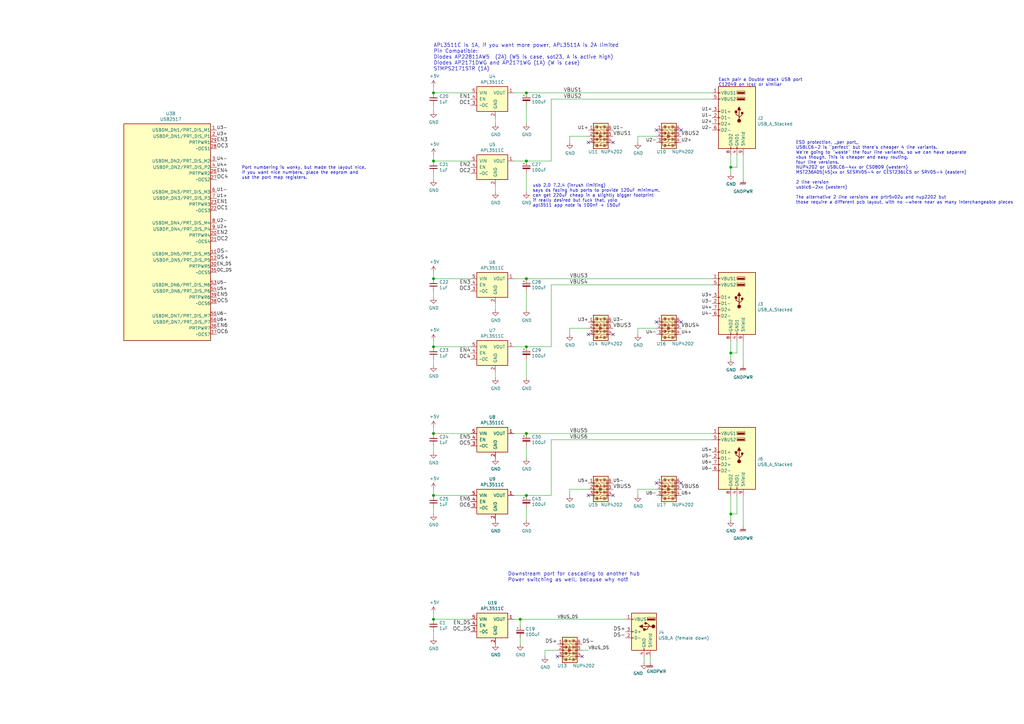
<source format=kicad_sch>
(kicad_sch (version 20211123) (generator eeschema)
  (paper "A3")
  (lib_symbols
    (symbol "Connector:USB_A" (pin_names (offset 1.016))
      (property "Reference" "J" (at -5.08 11.43 0))
      (property "Value" "USB_A" (at -5.08 8.89 0))
      (symbol "USB_A_0_1"
        (rectangle (start -5.08 -7.62) (end 5.08 7.62) (stroke (width 0.254)) (fill (type background)))
        (circle (center -3.81 2.159) (radius 0.635) (stroke (width 0.254)) (fill (type outline)))
        (rectangle (start -1.524 4.826) (end -4.318 5.334) (fill (type outline)))
        (rectangle (start -1.27 4.572) (end -4.572 5.842))
        (circle (center -0.635 3.429) (radius 0.381) (stroke (width 0.254)) (fill (type outline)))
        (rectangle (start -0.127 -7.62) (end 0.127 -6.858))
        (polyline (pts (xy -3.175 2.159) (xy -2.54 2.159) (xy -1.27 3.429) (xy -0.635 3.429)) (stroke (width 0.254)))
        (polyline (pts (xy -2.54 2.159) (xy -1.905 2.159) (xy -1.27 0.889) (xy 0 0.889)) (stroke (width 0.254)))
        (polyline (pts (xy 0.635 2.794) (xy 0.635 1.524) (xy 1.905 2.159) (xy 0.635 2.794)) (stroke (width 0.254)) (fill (type outline)))
        (rectangle (start 0.254 1.27) (end -0.508 0.508) (stroke (width 0.254)) (fill (type outline)))
        (rectangle (start 5.08 -2.667) (end 4.318 -2.413))
        (rectangle (start 5.08 -0.127) (end 4.318 0.127))
        (rectangle (start 5.08 4.953) (end 4.318 5.207))
      )
      (symbol "USB_A_1_1"
        (polyline (pts (xy -1.905 2.159) (xy 0.635 2.159)) (stroke (width 0.254)))
        (pin power_in line (at 7.62 5.08 180) (length 2.54) (name "VBUS") (number "1"))
        (pin bidirectional line (at 7.62 -2.54 180) (length 2.54) (name "D-") (number "2"))
        (pin bidirectional line (at 7.62 0 180) (length 2.54) (name "D+") (number "3"))
        (pin power_in line (at 0 -10.16 90) (length 2.54) (name "GND") (number "4"))
        (pin passive line (at -2.54 -10.16 90) (length 2.54) (name "Shield") (number "5"))
      )
    )
    (symbol "Connector:USB_A_Stacked" (pin_names (offset 1.016))
      (property "Reference" "J" (at 0 15.875 0))
      (property "Value" "USB_A_Stacked" (at 0 13.97 0))
      (symbol "USB_A_Stacked_0_1"
        (rectangle (start -7.62 12.7) (end 7.62 -12.7) (stroke (width 0.254)) (fill (type background)))
        (circle (center -2.159 1.905) (radius 0.381) (stroke (width 0.254)) (fill (type outline)))
        (circle (center -0.889 -1.27) (radius 0.635) (stroke (width 0.254)) (fill (type outline)))
        (rectangle (start -0.254 7.366) (end -3.048 7.874) (fill (type outline)))
        (rectangle (start -0.254 9.906) (end -3.048 10.414) (fill (type outline)))
        (rectangle (start -0.127 -12.7) (end 0.127 -11.938))
        (polyline (pts (xy -1.524 3.175) (xy -0.254 3.175) (xy -0.889 4.445) (xy -1.524 3.175)) (stroke (width 0.254)) (fill (type outline)))
        (polyline (pts (xy -0.889 -0.635) (xy -0.889 0) (xy -2.159 1.27) (xy -2.159 1.905)) (stroke (width 0.254)))
        (polyline (pts (xy -0.889 0) (xy -0.889 0.635) (xy 0.381 1.27) (xy 0.381 2.54)) (stroke (width 0.254)))
        (rectangle (start 0 2.794) (end 0.762 2.032) (stroke (width 0.254)) (fill (type outline)))
        (rectangle (start 0 7.112) (end -3.302 8.382))
        (rectangle (start 0 9.652) (end -3.302 10.922))
        (rectangle (start 2.413 -12.7) (end 2.667 -11.938))
        (rectangle (start 7.62 -5.207) (end 6.858 -4.953))
        (rectangle (start 7.62 -2.667) (end 6.858 -2.413))
        (rectangle (start 7.62 -0.127) (end 6.858 0.127))
        (rectangle (start 7.62 2.413) (end 6.858 2.667))
        (rectangle (start 7.62 7.493) (end 6.858 7.747))
        (rectangle (start 7.62 10.033) (end 6.858 10.287))
      )
      (symbol "USB_A_Stacked_1_1"
        (polyline (pts (xy -0.889 0.635) (xy -0.889 3.175)) (stroke (width 0.254)))
        (pin power_in line (at 10.16 10.16 180) (length 2.54) (name "VBUS1") (number "1"))
        (pin bidirectional line (at 10.16 0 180) (length 2.54) (name "D1-") (number "2"))
        (pin bidirectional line (at 10.16 2.54 180) (length 2.54) (name "D1+") (number "3"))
        (pin power_in line (at 0 -15.24 90) (length 2.54) (name "GND1") (number "4"))
        (pin power_in line (at 10.16 7.62 180) (length 2.54) (name "VBUS2") (number "5"))
        (pin bidirectional line (at 10.16 -5.08 180) (length 2.54) (name "D2-") (number "6"))
        (pin bidirectional line (at 10.16 -2.54 180) (length 2.54) (name "D2+") (number "7"))
        (pin power_in line (at 2.54 -15.24 90) (length 2.54) (name "GND2") (number "8"))
        (pin passive line (at -2.54 -15.24 90) (length 2.54) (name "Shield") (number "9"))
      )
    )
    (symbol "Device:C_Polarized_Small" (pin_numbers hide) (pin_names (offset 0.254) hide)
      (property "Reference" "C" (at 0.254 1.778 0))
      (property "Value" "C_Polarized_Small" (at 0.254 -2.032 0))
      (symbol "C_Polarized_Small_0_1"
        (rectangle (start -1.524 -0.3048) (end 1.524 -0.6858) (fill (type outline)))
        (rectangle (start -1.524 0.6858) (end 1.524 0.3048))
        (polyline (pts (xy -1.27 1.524) (xy -0.762 1.524)))
        (polyline (pts (xy -1.016 1.27) (xy -1.016 1.778)))
      )
      (symbol "C_Polarized_Small_1_1"
        (pin passive line (at 0 2.54 270) (length 1.8542) (name "~") (number "1"))
        (pin passive line (at 0 -2.54 90) (length 1.8542) (name "~") (number "2"))
      )
    )
    (symbol "Device:C_Small" (pin_numbers hide) (pin_names (offset 0.254) hide)
      (property "Reference" "C" (at 0.254 1.778 0))
      (property "Value" "C_Small" (at 0.254 -2.032 0))
      (symbol "C_Small_0_1"
        (polyline (pts (xy -1.524 -0.508) (xy 1.524 -0.508)) (stroke (width 0.3302)))
        (polyline (pts (xy -1.524 0.508) (xy 1.524 0.508)) (stroke (width 0.3048)))
      )
      (symbol "C_Small_1_1"
        (pin passive line (at 0 2.54 270) (length 2.032) (name "~") (number "1"))
        (pin passive line (at 0 -2.54 90) (length 2.032) (name "~") (number "2"))
      )
    )
    (symbol "Interface_USB:USB2517" (pin_names (offset 0.002))
      (property "Reference" "U" (at -17.78 45.72 0))
      (property "Value" "USB2517" (at 17.78 45.72 0))
      (symbol "USB2517_1_1"
        (rectangle (start -20.32 35.56) (end 22.86 -38.1) (stroke (width 0.254)) (fill (type background)))
        (pin power_in line (at 5.08 38.1 270) (length 2.54) (name "VDDA33") (number "10"))
        (pin input line (at -22.86 -2.54 0) (length 2.54) (name "CFG_SEL2") (number "13"))
        (pin bidirectional line (at 25.4 7.62 180) (length 2.54) (name "~LED_B7") (number "14"))
        (pin bidirectional line (at 25.4 -17.78 180) (length 2.54) (name "~LED_A7~/PRT_SWP7") (number "15"))
        (pin bidirectional line (at 25.4 10.16 180) (length 2.54) (name "~LED_B6") (number "16"))
        (pin bidirectional line (at 25.4 -15.24 180) (length 2.54) (name "~LED_A6~/PRT_SWP6") (number "17"))
        (pin bidirectional line (at 25.4 12.7 180) (length 2.54) (name "~LED_B5") (number "18"))
        (pin input line (at 25.4 -33.02 180) (length 2.54) (name "TEST") (number "19"))
        (pin power_in line (at -5.08 38.1 270) (length 2.54) (name "VDD33CR") (number "24"))
        (pin power_out line (at 25.4 -25.4 180) (length 2.54) (name "VDD18") (number "25"))
        (pin bidirectional line (at 25.4 -12.7 180) (length 2.54) (name "~LED_A5~/PRT_SWP5") (number "31"))
        (pin bidirectional line (at 25.4 15.24 180) (length 2.54) (name "~LED_B4") (number "32"))
        (pin bidirectional line (at 25.4 -10.16 180) (length 2.54) (name "~LED_A4~/PRT_SWP4") (number "33"))
        (pin bidirectional line (at 25.4 17.78 180) (length 2.54) (name "~LED_B3~/GANG_EN") (number "34"))
        (pin bidirectional line (at -22.86 5.08 0) (length 2.54) (name "SDA/SMBDATA/NON_REM1") (number "40"))
        (pin bidirectional line (at -22.86 2.54 0) (length 2.54) (name "SCL/SMBCLK/CFG_SEL0") (number "41"))
        (pin bidirectional line (at -22.86 0 0) (length 2.54) (name "HS_IND/CFG_SEL1") (number "42"))
        (pin input line (at -22.86 -33.02 0) (length 2.54) (name "~RESET") (number "43"))
        (pin input line (at -22.86 22.86 0) (length 2.54) (name "VBUS_DET") (number "44"))
        (pin bidirectional line (at -22.86 7.62 0) (length 2.54) (name "SUSP_IND/LOCAL_PWR/NON_REM0") (number "45"))
        (pin power_in line (at 15.24 38.1 270) (length 2.54) (name "VDD33") (number "46"))
        (pin bidirectional line (at 25.4 -7.62 180) (length 2.54) (name "~LED_A3~/PRT_SWP3") (number "47"))
        (pin bidirectional line (at 25.4 20.32 180) (length 2.54) (name "~LED_B2~/BOOST1") (number "48"))
        (pin bidirectional line (at 25.4 -5.08 180) (length 2.54) (name "~LED_A2~/PRT_SWP2") (number "49"))
        (pin power_in line (at 2.54 38.1 270) (length 2.54) (name "VDDA33") (number "5"))
        (pin bidirectional line (at 25.4 22.86 180) (length 2.54) (name "~LED_B1~/BOOST0") (number "50"))
        (pin bidirectional line (at 25.4 -2.54 180) (length 2.54) (name "~LED_A1~/PRT_SWP1") (number "51"))
        (pin power_in line (at 7.62 38.1 270) (length 2.54) (name "VDDA33") (number "52"))
        (pin power_in line (at 10.16 38.1 270) (length 2.54) (name "VDDA33") (number "57"))
        (pin bidirectional line (at -22.86 17.78 0) (length 2.54) (name "USBDM_UP") (number "58"))
        (pin bidirectional line (at -22.86 15.24 0) (length 2.54) (name "USBDP_UP") (number "59"))
        (pin output line (at -22.86 -20.32 0) (length 2.54) (name "XTAL2") (number "60"))
        (pin input clock (at -22.86 -12.7 0) (length 2.54) (name "XTAL1/CLKIN") (number "61"))
        (pin power_out line (at 25.4 -22.86 180) (length 2.54) (name "VDD18PLL") (number "62"))
        (pin input line (at 25.4 -30.48 180) (length 2.54) (name "RBIAS") (number "63"))
        (pin power_in line (at -2.54 38.1 270) (length 2.54) (name "VDD33PLL") (number "64"))
        (pin power_in line (at 0 -40.64 90) (length 2.54) (name "VSS") (number "65"))
      )
      (symbol "USB2517_2_1"
        (rectangle (start 17.78 43.18) (end -17.78 -45.72) (stroke (width 0.254)) (fill (type background)))
        (pin bidirectional line (at 20.32 40.64 180) (length 2.54) (name "USBDM_DN1/PRT_DIS_M1") (number "1"))
        (pin bidirectional line (at 20.32 -10.16 180) (length 2.54) (name "USBDM_DN5/PRT_DIS_M5") (number "11"))
        (pin bidirectional line (at 20.32 -12.7 180) (length 2.54) (name "USBDP_DN5/PRT_DIS_P5") (number "12"))
        (pin bidirectional line (at 20.32 38.1 180) (length 2.54) (name "USBDP_DN1/PRT_DIS_P1") (number "2"))
        (pin bidirectional line (at 20.32 -2.54 180) (length 2.54) (name "PRTPWR4") (number "20"))
        (pin input line (at 20.32 -5.08 180) (length 2.54) (name "~OCS4") (number "21"))
        (pin input line (at 20.32 7.62 180) (length 2.54) (name "~OCS3") (number "22"))
        (pin bidirectional line (at 20.32 10.16 180) (length 2.54) (name "PRTPWR3") (number "23"))
        (pin bidirectional line (at 20.32 22.86 180) (length 2.54) (name "PRTPWR2") (number "26"))
        (pin input line (at 20.32 20.32 180) (length 2.54) (name "~OCS2") (number "27"))
        (pin input line (at 20.32 33.02 180) (length 2.54) (name "~OCS1") (number "28"))
        (pin bidirectional line (at 20.32 35.56 180) (length 2.54) (name "PRTPWR1") (number "29"))
        (pin bidirectional line (at 20.32 27.94 180) (length 2.54) (name "USBDM_DN2/PRT_DIS_M2") (number "3"))
        (pin bidirectional line (at 20.32 -15.24 180) (length 2.54) (name "PRTPWR5") (number "30"))
        (pin input line (at 20.32 -17.78 180) (length 2.54) (name "~OCS5") (number "35"))
        (pin bidirectional line (at 20.32 -40.64 180) (length 2.54) (name "PRTPWR7") (number "36"))
        (pin input line (at 20.32 -43.18 180) (length 2.54) (name "~OCS7") (number "37"))
        (pin input line (at 20.32 -30.48 180) (length 2.54) (name "~OCS6") (number "38"))
        (pin bidirectional line (at 20.32 -27.94 180) (length 2.54) (name "PRTPWR6") (number "39"))
        (pin bidirectional line (at 20.32 25.4 180) (length 2.54) (name "USBDP_DN2/PRT_DIS_P2") (number "4"))
        (pin bidirectional line (at 20.32 -22.86 180) (length 2.54) (name "USBDM_DN6/PRT_DIS_M6") (number "53"))
        (pin bidirectional line (at 20.32 -25.4 180) (length 2.54) (name "USBDP_DN6/PRT_DIS_P6") (number "54"))
        (pin bidirectional line (at 20.32 -35.56 180) (length 2.54) (name "USBDM_DN7/PRT_DIS_M7") (number "55"))
        (pin bidirectional line (at 20.32 -38.1 180) (length 2.54) (name "USBDP_DN7/PRT_DIS_P7") (number "56"))
        (pin bidirectional line (at 20.32 15.24 180) (length 2.54) (name "USBDM_DN3/PRT_DIS_M3") (number "6"))
        (pin bidirectional line (at 20.32 12.7 180) (length 2.54) (name "USBDP_DN3/PRT_DIS_P3") (number "7"))
        (pin bidirectional line (at 20.32 2.54 180) (length 2.54) (name "USBDM_DN4/PRT_DIS_M4") (number "8"))
        (pin bidirectional line (at 20.32 0 180) (length 2.54) (name "USBDP_DN4/PRT_DIS_P4") (number "9"))
      )
    )
    (symbol "Power_Management:APL3511C" (pin_names (offset 1.016))
      (property "Reference" "U" (at 7.62 6.35 0))
      (property "Value" "APL3511C" (at 0 6.35 0))
      (symbol "APL3511C_0_1"
        (rectangle (start -5.08 5.08) (end 7.62 -5.08) (stroke (width 0.254)) (fill (type background)))
      )
      (symbol "APL3511C_1_1"
        (pin power_out line (at 10.16 2.54 180) (length 2.54) (name "VOUT") (number "1"))
        (pin power_in line (at 2.54 -7.62 90) (length 2.54) (name "GND") (number "2"))
        (pin output line (at -7.62 -2.54 0) (length 2.54) (name "~OC") (number "3"))
        (pin input line (at -7.62 0 0) (length 2.54) (name "EN") (number "4"))
        (pin power_in line (at -7.62 2.54 0) (length 2.54) (name "VIN") (number "5"))
      )
    )
    (symbol "Power_Protection:NUP4202"
      (property "Reference" "U" (at -6.985 -2.54 0))
      (property "Value" "NUP4202" (at 6.35 1.27 90))
      (symbol "NUP4202_0_1"
        (rectangle (start -5.334 3.048) (end 5.08 -3.048) (stroke (width 0.254)) (fill (type background)))
        (circle (center -3.81 0) (radius 0.127))
        (circle (center -3.81 0) (radius 0.127))
        (circle (center -1.27 -2.54) (radius 0.127))
        (circle (center -1.27 -2.54) (radius 0.127))
        (circle (center -1.27 0) (radius 0.127))
        (circle (center -1.27 0) (radius 0.127))
        (circle (center -1.27 2.54) (radius 0.127))
        (circle (center -1.27 2.54) (radius 0.127))
        (circle (center 0 -2.54) (radius 0.127))
        (circle (center 0 -2.54) (radius 0.127))
        (polyline (pts (xy -4.445 -1.27) (xy -3.175 -1.27)))
        (polyline (pts (xy -4.445 -1.27) (xy -3.175 -1.27)))
        (polyline (pts (xy -4.445 1.905) (xy -3.175 1.905)))
        (polyline (pts (xy -3.81 -2.54) (xy -3.81 -0.635)))
        (polyline (pts (xy -3.81 -2.54) (xy 3.81 -2.54)))
        (polyline (pts (xy -3.81 -0.635) (xy -3.81 0.635)))
        (polyline (pts (xy -3.81 0.635) (xy -3.81 2.54)))
        (polyline (pts (xy -3.81 2.54) (xy 3.81 2.54)))
        (polyline (pts (xy -3.81 2.54) (xy 3.81 2.54)))
        (polyline (pts (xy -1.905 -1.27) (xy -0.635 -1.27)))
        (polyline (pts (xy -1.905 -1.27) (xy -0.635 -1.27)))
        (polyline (pts (xy -1.905 1.905) (xy -0.635 1.905)))
        (polyline (pts (xy -1.27 -2.54) (xy -1.27 -0.635)))
        (polyline (pts (xy -1.27 -2.54) (xy -1.27 -0.635)))
        (polyline (pts (xy -1.27 0.635) (xy -1.27 -0.635)))
        (polyline (pts (xy -1.27 0.635) (xy -1.27 2.54)))
        (polyline (pts (xy 0 -0.889) (xy 0 -3.81)))
        (polyline (pts (xy 0 -0.889) (xy 0 1.016)))
        (polyline (pts (xy 0 -0.889) (xy 0 1.016)))
        (polyline (pts (xy 0 1.016) (xy 0 3.81)))
        (polyline (pts (xy 0.635 -1.27) (xy 1.905 -1.27)))
        (polyline (pts (xy 0.635 -1.27) (xy 1.905 -1.27)))
        (polyline (pts (xy 0.635 1.905) (xy 1.905 1.905)))
        (polyline (pts (xy 1.27 -2.54) (xy 1.27 -0.635)))
        (polyline (pts (xy 1.27 -2.54) (xy 1.27 -0.635)))
        (polyline (pts (xy 1.27 0.635) (xy 1.27 -0.635)))
        (polyline (pts (xy 1.27 0.635) (xy 1.27 2.54)))
        (polyline (pts (xy 3.175 -1.27) (xy 4.445 -1.27)))
        (polyline (pts (xy 3.175 -1.27) (xy 4.445 -1.27)))
        (polyline (pts (xy 3.175 1.905) (xy 4.445 1.905)))
        (polyline (pts (xy 3.81 -2.54) (xy 3.81 -0.635)))
        (polyline (pts (xy 3.81 0.635) (xy 3.81 -0.635)))
        (polyline (pts (xy 3.81 0.635) (xy 3.81 2.54)))
        (polyline (pts (xy 0.762 0.254) (xy -0.762 0.254) (xy -0.762 0)))
        (polyline (pts (xy -4.445 -1.905) (xy -3.175 -1.905) (xy -3.81 -1.27) (xy -4.445 -1.905)))
        (polyline (pts (xy -4.445 1.27) (xy -3.175 1.27) (xy -3.81 1.905) (xy -4.445 1.27)))
        (polyline (pts (xy -2.54 -3.81) (xy -2.54 -0.762) (xy -1.905 0) (xy -1.27 0)))
        (polyline (pts (xy -2.54 3.81) (xy -2.54 0.635) (xy -3.048 0) (xy -3.937 0)))
        (polyline (pts (xy -1.905 -1.905) (xy -0.635 -1.905) (xy -1.27 -1.27) (xy -1.905 -1.905)))
        (polyline (pts (xy -1.905 1.27) (xy -0.635 1.27) (xy -1.27 1.905) (xy -1.905 1.27)))
        (polyline (pts (xy -0.762 -0.508) (xy 0.762 -0.508) (xy 0 0.254) (xy -0.762 -0.508)))
        (polyline (pts (xy -0.762 -0.508) (xy 0.762 -0.508) (xy 0 0.254) (xy -0.762 -0.508)))
        (polyline (pts (xy 0.635 -1.905) (xy 1.905 -1.905) (xy 1.27 -1.27) (xy 0.635 -1.905)))
        (polyline (pts (xy 0.635 1.27) (xy 1.905 1.27) (xy 1.27 1.905) (xy 0.635 1.27)))
        (polyline (pts (xy 2.54 -3.81) (xy 2.54 -0.762) (xy 1.905 0) (xy 1.143 0)))
        (polyline (pts (xy 2.54 3.81) (xy 2.54 0.508) (xy 2.921 0) (xy 3.81 0)))
        (polyline (pts (xy 3.175 -1.905) (xy 4.445 -1.905) (xy 3.81 -1.27) (xy 3.175 -1.905)))
        (polyline (pts (xy 3.175 1.27) (xy 4.445 1.27) (xy 3.81 1.905) (xy 3.175 1.27)))
        (circle (center 0 2.54) (radius 0.127))
        (circle (center 0 2.54) (radius 0.127))
        (circle (center 1.27 -2.54) (radius 0.127))
        (circle (center 1.27 -2.54) (radius 0.127))
        (circle (center 1.27 0) (radius 0.127))
        (circle (center 1.27 0) (radius 0.127))
        (circle (center 1.27 2.54) (radius 0.127))
        (circle (center 1.27 2.54) (radius 0.127))
        (circle (center 3.81 0) (radius 0.127))
        (circle (center 3.81 0) (radius 0.127))
      )
      (symbol "NUP4202_1_1"
        (pin passive line (at -2.54 -5.08 90) (length 2.54) (name "~") (number "1"))
        (pin passive line (at 0 -5.08 90) (length 2.54) (name "~") (number "2"))
        (pin passive line (at 2.54 -5.08 90) (length 2.54) (name "~") (number "3"))
        (pin passive line (at 2.54 5.08 270) (length 2.54) (name "~") (number "4"))
        (pin passive line (at 0 5.08 270) (length 2.54) (name "~") (number "5"))
        (pin passive line (at -2.54 5.08 270) (length 2.54) (name "~") (number "6"))
      )
    )
    (symbol "power:+5V" (power) (pin_names (offset 0))
      (property "Value" "+5V" (at 0 3.556 0))
      (symbol "+5V_0_1"
        (polyline (pts (xy -0.762 1.27) (xy 0 2.54)))
        (polyline (pts (xy 0 0) (xy 0 2.54)))
        (polyline (pts (xy 0 2.54) (xy 0.762 1.27)))
      )
      (symbol "+5V_1_1"
        (pin power_in line (at 0 0 90) (length 0) hide (name "+5V") (number "1"))
      )
    )
    (symbol "power:GND" (power) (pin_names (offset 0))
      (property "Value" "GND" (at 0 -3.81 0))
      (symbol "GND_0_1"
        (polyline (pts (xy 0 0) (xy 0 -1.27) (xy 1.27 -1.27) (xy 0 -2.54) (xy -1.27 -1.27) (xy 0 -1.27)))
      )
      (symbol "GND_1_1"
        (pin power_in line (at 0 0 270) (length 0) hide (name "GND") (number "1"))
      )
    )
    (symbol "power:GNDPWR" (power) (pin_names (offset 0))
      (property "Value" "GNDPWR" (at 0 -3.302 0))
      (symbol "GNDPWR_0_1"
        (polyline (pts (xy 0 -1.27) (xy 0 0)))
        (polyline (pts (xy -1.016 -1.27) (xy -1.27 -2.032) (xy -1.27 -2.032)) (stroke (width 0.2032)))
        (polyline (pts (xy -0.508 -1.27) (xy -0.762 -2.032) (xy -0.762 -2.032)) (stroke (width 0.2032)))
        (polyline (pts (xy 0 -1.27) (xy -0.254 -2.032) (xy -0.254 -2.032)) (stroke (width 0.2032)))
        (polyline (pts (xy 0.508 -1.27) (xy 0.254 -2.032) (xy 0.254 -2.032)) (stroke (width 0.2032)))
        (polyline (pts (xy 1.016 -1.27) (xy -1.016 -1.27) (xy -1.016 -1.27)) (stroke (width 0.2032)))
        (polyline (pts (xy 1.016 -1.27) (xy 0.762 -2.032) (xy 0.762 -2.032) (xy 0.762 -2.032)) (stroke (width 0.2032)))
      )
      (symbol "GNDPWR_1_1"
        (pin power_in line (at 0 0 270) (length 0) hide (name "GNDPWR") (number "1"))
      )
    )
  )
  (junction (at 177.8 38.1) (diameter 1.016))
  (junction (at 177.8 142.24) (diameter 1.016))
  (junction (at 177.8 203.2) (diameter 1.016))
  (junction (at 299.72 144.78) (diameter 1.016))
  (junction (at 215.9 38.1) (diameter 1.016))
  (junction (at 215.9 142.24) (diameter 1.016))
  (junction (at 177.8 66.04) (diameter 1.016))
  (junction (at 299.72 68.58) (diameter 1.016))
  (junction (at 299.72 210.82) (diameter 1.016))
  (junction (at 215.9 66.04) (diameter 1.016))
  (junction (at 177.8 177.8) (diameter 1.016))
  (junction (at 215.9 114.3) (diameter 1.016))
  (junction (at 177.8 254) (diameter 1.016))
  (junction (at 215.9 203.2) (diameter 1.016))
  (junction (at 213.36 254) (diameter 1.016))
  (junction (at 215.9 177.8) (diameter 1.016))
  (junction (at 177.8 114.3) (diameter 1.016))
  (no_connect (at 279.4 132.08))
  (no_connect (at 279.4 198.12))
  (no_connect (at 251.46 203.2))
  (no_connect (at 251.46 137.16))
  (no_connect (at 251.46 58.42))
  (no_connect (at 279.4 53.34))
  (no_connect (at 241.3 203.2))
  (no_connect (at 238.76 269.24))
  (no_connect (at 241.3 137.16))
  (no_connect (at 269.24 198.12))
  (no_connect (at 269.24 132.08))
  (no_connect (at 269.24 53.34))
  (no_connect (at 228.6 269.24))
  (no_connect (at 241.3 58.42))
  (wire (pts (xy 299.72 213.36) (xy 299.72 210.82)))
  (wire (pts (xy 210.82 38.1) (xy 215.9 38.1)))
  (wire (pts (xy 215.9 38.1) (xy 292.1 38.1)))
  (wire (pts (xy 215.9 43.18) (xy 215.9 50.8)))
  (wire (pts (xy 226.06 40.64) (xy 226.06 66.04)))
  (wire (pts (xy 302.26 144.78) (xy 299.72 144.78)))
  (wire (pts (xy 177.8 203.2) (xy 193.04 203.2)))
  (wire (pts (xy 210.82 203.2) (xy 215.9 203.2)))
  (wire (pts (xy 215.9 203.2) (xy 226.06 203.2)))
  (wire (pts (xy 203.2 124.46) (xy 203.2 127)))
  (wire (pts (xy 223.52 266.7) (xy 223.52 269.24)))
  (wire (pts (xy 215.9 208.28) (xy 215.9 213.36)))
  (wire (pts (xy 302.26 68.58) (xy 299.72 68.58)))
  (wire (pts (xy 304.8 139.7) (xy 304.8 149.86)))
  (wire (pts (xy 241.3 134.62) (xy 233.68 134.62)))
  (wire (pts (xy 177.8 66.04) (xy 177.8 63.5)))
  (wire (pts (xy 193.04 66.04) (xy 177.8 66.04)))
  (wire (pts (xy 203.2 154.94) (xy 203.2 152.4)))
  (wire (pts (xy 203.2 78.74) (xy 203.2 76.2)))
  (wire (pts (xy 304.8 63.5) (xy 304.8 73.66)))
  (wire (pts (xy 215.9 182.88) (xy 215.9 187.96)))
  (wire (pts (xy 238.76 266.7) (xy 241.3 266.7)))
  (wire (pts (xy 261.62 134.62) (xy 261.62 137.16)))
  (wire (pts (xy 302.26 139.7) (xy 302.26 144.78)))
  (wire (pts (xy 177.8 147.32) (xy 177.8 149.86)))
  (wire (pts (xy 215.9 119.38) (xy 215.9 127)))
  (wire (pts (xy 269.24 55.88) (xy 261.62 55.88)))
  (wire (pts (xy 269.24 134.62) (xy 261.62 134.62)))
  (wire (pts (xy 269.24 200.66) (xy 261.62 200.66)))
  (wire (pts (xy 177.8 254) (xy 193.04 254)))
  (wire (pts (xy 177.8 208.28) (xy 177.8 210.82)))
  (wire (pts (xy 177.8 182.88) (xy 177.8 185.42)))
  (wire (pts (xy 177.8 43.18) (xy 177.8 45.72)))
  (wire (pts (xy 266.7 269.24) (xy 266.7 271.78)))
  (wire (pts (xy 226.06 116.84) (xy 292.1 116.84)))
  (wire (pts (xy 210.82 142.24) (xy 215.9 142.24)))
  (wire (pts (xy 215.9 142.24) (xy 226.06 142.24)))
  (wire (pts (xy 213.36 261.62) (xy 213.36 264.16)))
  (wire (pts (xy 203.2 48.26) (xy 203.2 50.8)))
  (wire (pts (xy 177.8 259.08) (xy 177.8 261.62)))
  (wire (pts (xy 226.06 116.84) (xy 226.06 142.24)))
  (wire (pts (xy 213.36 254) (xy 256.54 254)))
  (wire (pts (xy 177.8 177.8) (xy 193.04 177.8)))
  (wire (pts (xy 233.68 200.66) (xy 233.68 203.2)))
  (wire (pts (xy 241.3 55.88) (xy 233.68 55.88)))
  (wire (pts (xy 210.82 177.8) (xy 215.9 177.8)))
  (wire (pts (xy 215.9 177.8) (xy 292.1 177.8)))
  (wire (pts (xy 177.8 175.26) (xy 177.8 177.8)))
  (wire (pts (xy 215.9 71.12) (xy 215.9 78.74)))
  (wire (pts (xy 177.8 35.56) (xy 177.8 38.1)))
  (wire (pts (xy 302.26 203.2) (xy 302.26 210.82)))
  (wire (pts (xy 177.8 111.76) (xy 177.8 114.3)))
  (wire (pts (xy 215.9 147.32) (xy 215.9 154.94)))
  (wire (pts (xy 177.8 38.1) (xy 193.04 38.1)))
  (wire (pts (xy 210.82 66.04) (xy 215.9 66.04)))
  (wire (pts (xy 215.9 66.04) (xy 226.06 66.04)))
  (wire (pts (xy 226.06 180.34) (xy 292.1 180.34)))
  (wire (pts (xy 261.62 55.88) (xy 261.62 58.42)))
  (wire (pts (xy 302.26 210.82) (xy 299.72 210.82)))
  (wire (pts (xy 177.8 119.38) (xy 177.8 121.92)))
  (wire (pts (xy 233.68 134.62) (xy 233.68 137.16)))
  (wire (pts (xy 177.8 251.46) (xy 177.8 254)))
  (wire (pts (xy 299.72 71.12) (xy 299.72 68.58)))
  (wire (pts (xy 210.82 114.3) (xy 215.9 114.3)))
  (wire (pts (xy 241.3 200.66) (xy 233.68 200.66)))
  (wire (pts (xy 226.06 40.64) (xy 292.1 40.64)))
  (wire (pts (xy 177.8 71.12) (xy 177.8 73.66)))
  (wire (pts (xy 177.8 139.7) (xy 177.8 142.24)))
  (wire (pts (xy 304.8 203.2) (xy 304.8 215.9)))
  (wire (pts (xy 299.72 147.32) (xy 299.72 144.78)))
  (wire (pts (xy 215.9 114.3) (xy 292.1 114.3)))
  (wire (pts (xy 177.8 114.3) (xy 193.04 114.3)))
  (wire (pts (xy 177.8 200.66) (xy 177.8 203.2)))
  (wire (pts (xy 302.26 63.5) (xy 302.26 68.58)))
  (wire (pts (xy 213.36 254) (xy 213.36 256.54)))
  (wire (pts (xy 210.82 254) (xy 213.36 254)))
  (wire (pts (xy 264.16 269.24) (xy 264.16 271.78)))
  (wire (pts (xy 226.06 180.34) (xy 226.06 203.2)))
  (wire (pts (xy 299.72 68.58) (xy 299.72 63.5)))
  (wire (pts (xy 261.62 200.66) (xy 261.62 203.2)))
  (wire (pts (xy 233.68 55.88) (xy 233.68 58.42)))
  (wire (pts (xy 228.6 266.7) (xy 223.52 266.7)))
  (wire (pts (xy 177.8 142.24) (xy 193.04 142.24)))
  (wire (pts (xy 299.72 144.78) (xy 299.72 139.7)))
  (wire (pts (xy 299.72 210.82) (xy 299.72 203.2)))
  (text "Downstream port for cascading to another hub\nPower switching as well, because why not!" (at 208.28 238.76 0) (effects (font (size 1.499 1.499)) (justify left bottom)))
  (text "usb 2.0 7.2.4 (inrush limiting)\nsays ds facing hub ports to provide 120uF minimum.\ncan get 220uF cheap in a slightly bigger footprint\nif really desired but fuck that, yolo\napl3511 app note is 100nF + 150uF " (at 218.44 85.09 0) (effects (font (size 1.27 1.27)) (justify left bottom)))
  (text "Each pair a Double stack USB port\nC12049 on lcsc or similar" (at 294.64 35.56 0) (effects (font (size 1.27 1.27)) (justify left bottom)))
  (text "APL3511C is 1A, if you want more power, APL3511A is 2A limited\nPin Compatible:\nDiodes AP22811AW5  (2A) (W5 is case, sot23, A is active high)\nDiodes AP2171DWG and AP2171WG (1A) (W is case)\nSTMPS2171STR (1A)\n" (at 177.8 29.21 0) (effects (font (size 1.4986 1.4986)) (justify left bottom)))
  (text "ESD protection, _per port_\nUSBLC6-2 is \"perfect\" but there's cheaper 4 line variants.\nWe're going to \"waste\" the four line variants, so we can have separate\nvbus though, This is cheaper and easy routing.\nfour line versions. \nNUP4202 or USBLC6-4xx or CS0809 (western)\nMST236A05[45]xx or SESRV05-4 or CEST236LC5 or SRV05-4 (eastern)\n\n2 line version\nusblc6-2xx (western)\n\nThe alternative 2 line versions are prtr5v02u and nup2202 but \nthose require a different pcb layout, with no -where near as many interchangeable pieces" (at 326.39 83.82 0) (effects (font (size 1.27 1.27)) (justify left bottom)))
  (text "Port numbering is wonky, but made the layout nice.\nIf you want nice numbers, place the eeprom and\nuse the port map registers." (at 99.06 73.66 0) (effects (font (size 1.27 1.27)) (justify left bottom)))
  (label "VBUS_DS" (at 228.6 254 0))
  (label "EN4" (at 193.04 144.78 180) (effects (font (size 1.4986 1.4986))))
  (label "VBUS6" (at 279.4 200.66 0) (effects (font (size 1.4986 1.4986))))
  (label "U4+" (at 292.1 127 180))
  (label "U2-" (at 88.9 91.44 0))
  (label "EN3" (at 193.04 116.84 180) (effects (font (size 1.4986 1.4986))))
  (label "U1-" (at 292.1 48.26 180))
  (label "EN6" (at 193.04 205.74 180) (effects (font (size 1.4986 1.4986))))
  (label "U1-" (at 251.46 53.34 0))
  (label "U1+" (at 241.3 53.34 180))
  (label "DS+" (at 256.54 259.08 180) (effects (font (size 1.4986 1.4986))))
  (label "U4-" (at 292.1 129.54 180))
  (label "U3+" (at 241.3 132.08 180))
  (label "U2-" (at 292.1 53.34 180))
  (label "U2+" (at 292.1 50.8 180))
  (label "OC6" (at 88.9 137.16 0) (effects (font (size 1.4986 1.4986))))
  (label "U3+" (at 292.1 121.92 180))
  (label "OC_DS" (at 193.04 259.08 180) (effects (font (size 1.499 1.499))))
  (label "VBUS1" (at 251.46 55.88 0) (effects (font (size 1.4986 1.4986))))
  (label "VBUS2" (at 279.4 55.88 0) (effects (font (size 1.4986 1.4986))))
  (label "VBUS3" (at 251.46 134.62 0) (effects (font (size 1.4986 1.4986))))
  (label "OC4" (at 193.04 147.32 180) (effects (font (size 1.4986 1.4986))))
  (label "EN4" (at 88.9 71.12 0) (effects (font (size 1.4986 1.4986))))
  (label "DS-" (at 238.76 264.16 0) (effects (font (size 1.4986 1.4986))))
  (label "U2+" (at 88.9 93.98 0))
  (label "VBUS6" (at 233.68 180.34 0) (effects (font (size 1.4986 1.4986))))
  (label "OC2" (at 193.04 71.12 180) (effects (font (size 1.4986 1.4986))))
  (label "U6+" (at 88.9 132.08 0))
  (label "U6-" (at 88.9 129.54 0))
  (label "U2-" (at 269.24 58.42 180))
  (label "OC5" (at 88.9 124.46 0) (effects (font (size 1.4986 1.4986))))
  (label "VBUS5" (at 251.46 200.66 0) (effects (font (size 1.4986 1.4986))))
  (label "OC4" (at 88.9 73.66 0) (effects (font (size 1.4986 1.4986))))
  (label "OC3" (at 88.9 60.96 0) (effects (font (size 1.4986 1.4986))))
  (label "EN3" (at 88.9 58.42 0) (effects (font (size 1.4986 1.4986))))
  (label "VBUS4" (at 279.4 134.62 0) (effects (font (size 1.4986 1.4986))))
  (label "U6+" (at 292.1 190.5 180))
  (label "EN5" (at 88.9 121.92 0) (effects (font (size 1.4986 1.4986))))
  (label "U5+" (at 241.3 198.12 180))
  (label "DS+" (at 88.9 106.68 0) (effects (font (size 1.4986 1.4986))))
  (label "U6+" (at 279.4 203.2 0))
  (label "U3-" (at 251.46 132.08 0))
  (label "U1+" (at 292.1 45.72 180))
  (label "VBUS3" (at 233.68 114.3 0) (effects (font (size 1.4986 1.4986))))
  (label "VBUS_DS" (at 241.3 266.7 0))
  (label "EN2" (at 88.9 96.52 0) (effects (font (size 1.4986 1.4986))))
  (label "OC_DS" (at 88.9 111.76 0))
  (label "VBUS1" (at 231.14 38.1 0) (effects (font (size 1.4986 1.4986))))
  (label "OC3" (at 193.04 119.38 180) (effects (font (size 1.4986 1.4986))))
  (label "U5+" (at 292.1 185.42 180))
  (label "EN1" (at 88.9 83.82 0) (effects (font (size 1.4986 1.4986))))
  (label "U4+" (at 279.4 137.16 0))
  (label "EN_DS" (at 193.04 256.54 180) (effects (font (size 1.499 1.499))))
  (label "VBUS5" (at 233.68 177.8 0) (effects (font (size 1.4986 1.4986))))
  (label "U6-" (at 269.24 203.2 180))
  (label "DS-" (at 256.54 261.62 180) (effects (font (size 1.4986 1.4986))))
  (label "U4-" (at 88.9 66.04 0))
  (label "VBUS4" (at 233.68 116.84 0) (effects (font (size 1.4986 1.4986))))
  (label "U1+" (at 88.9 81.28 0))
  (label "VBUS2" (at 231.14 40.64 0) (effects (font (size 1.4986 1.4986))))
  (label "OC1" (at 193.04 43.18 180) (effects (font (size 1.4986 1.4986))))
  (label "U3-" (at 292.1 124.46 180))
  (label "U6-" (at 292.1 193.04 180))
  (label "EN6" (at 88.9 134.62 0) (effects (font (size 1.4986 1.4986))))
  (label "U5+" (at 88.9 119.38 0))
  (label "EN_DS" (at 88.9 109.22 0))
  (label "OC1" (at 88.9 86.36 0) (effects (font (size 1.4986 1.4986))))
  (label "U1-" (at 88.9 78.74 0))
  (label "DS+" (at 228.6 264.16 180) (effects (font (size 1.4986 1.4986))))
  (label "EN1" (at 193.04 40.64 180) (effects (font (size 1.4986 1.4986))))
  (label "OC2" (at 88.9 99.06 0) (effects (font (size 1.4986 1.4986))))
  (label "EN2" (at 193.04 68.58 180) (effects (font (size 1.4986 1.4986))))
  (label "OC6" (at 193.04 208.28 180) (effects (font (size 1.4986 1.4986))))
  (label "U5-" (at 251.46 198.12 0))
  (label "DS-" (at 88.9 104.14 0) (effects (font (size 1.4986 1.4986))))
  (label "U3+" (at 88.9 55.88 0))
  (label "OC5" (at 193.04 182.88 180) (effects (font (size 1.4986 1.4986))))
  (label "U5-" (at 292.1 187.96 180))
  (label "U4+" (at 88.9 68.58 0))
  (label "U5-" (at 88.9 116.84 0))
  (label "U3-" (at 88.9 53.34 0))
  (label "U4-" (at 269.24 137.16 180))
  (label "EN5" (at 193.04 180.34 180) (effects (font (size 1.4986 1.4986))))
  (label "U2+" (at 279.4 58.42 0))
  (symbol (lib_id "Connector:USB_A") (at 264.16 259.08 0) (mirror y) (unit 1)
    (property "Reference" "J4" (at 270.002 259.3594 0) (effects (justify right)))
    (property "Value" "USB_A (female down)" (at 270.002 261.6708 0) (effects (justify right)))
    (property "Footprint" "Connector_USB:USB_A_Stewart_SS-52100-001_Horizontal" (effects hide))
    (property "Datasheet" " ~" (effects hide))
    (property "MPN" "C42643 or SS-52100 compatible" (effects hide))
  )
  (symbol (lib_id "Power_Management:APL3511C") (at 200.66 180.34 0) (unit 1)
    (property "Reference" "U8" (at 201.93 171.069 0))
    (property "Value" "APL3511C" (at 201.93 173.3804 0))
    (property "Footprint" "Package_TO_SOT_SMD:SOT-23-5" (effects hide))
    (property "Datasheet" "http://www.anpec.com.tw/ashx_prod_file.ashx?prod_id=458&file_path=20180420152940150.pdf&original_name=APL3511A.pdf" (effects hide))
  )
  (symbol (lib_id "Power_Management:APL3511C") (at 200.66 205.74 0) (unit 1)
    (property "Reference" "U9" (at 201.93 196.469 0))
    (property "Value" "APL3511C" (at 201.93 198.7804 0))
    (property "Footprint" "Package_TO_SOT_SMD:SOT-23-5" (effects hide))
    (property "Datasheet" "http://www.anpec.com.tw/ashx_prod_file.ashx?prod_id=458&file_path=20180420152940150.pdf&original_name=APL3511A.pdf" (effects hide))
  )
  (symbol (lib_id "power:GND") (at 203.2 213.36 0) (unit 1)
    (property "Reference" "#PWR025" (effects hide))
    (property "Value" "GND" (at 203.327 217.7542 0))
  )
  (symbol (lib_id "power:GND") (at 299.72 213.36 0) (unit 1)
    (property "Reference" "#PWR028" (effects hide))
    (property "Value" "GND" (at 299.847 217.7542 0))
  )
  (symbol (lib_id "power:GND") (at 299.72 147.32 0) (unit 1)
    (property "Reference" "#PWR027" (effects hide))
    (property "Value" "GND" (at 299.847 151.7142 0))
  )
  (symbol (lib_id "power:GND") (at 203.2 154.94 0) (unit 1)
    (property "Reference" "#PWR024" (effects hide))
    (property "Value" "GND" (at 203.327 159.3342 0))
  )
  (symbol (lib_id "power:GND") (at 203.2 187.96 0) (unit 1)
    (property "Reference" "#PWR026" (effects hide))
    (property "Value" "GND" (at 203.327 192.3542 0))
  )
  (symbol (lib_id "power:GND") (at 203.2 127 0) (unit 1)
    (property "Reference" "#PWR023" (effects hide))
    (property "Value" "GND" (at 203.327 131.3942 0))
  )
  (symbol (lib_id "power:GND") (at 264.16 271.78 0) (unit 1)
    (property "Reference" "#PWR012" (effects hide))
    (property "Value" "GND" (at 261.747 276.1742 0))
  )
  (symbol (lib_id "Power_Management:APL3511C") (at 200.66 144.78 0) (unit 1)
    (property "Reference" "U7" (at 201.93 135.509 0))
    (property "Value" "APL3511C" (at 201.93 137.8204 0))
    (property "Footprint" "Package_TO_SOT_SMD:SOT-23-5" (effects hide))
    (property "Datasheet" "http://www.anpec.com.tw/ashx_prod_file.ashx?prod_id=458&file_path=20180420152940150.pdf&original_name=APL3511A.pdf" (effects hide))
  )
  (symbol (lib_id "Interface_USB:USB2517") (at 68.58 93.98 0) (unit 2)
    (property "Reference" "U3" (at 70.0278 46.5836 0))
    (property "Value" "USB2517" (at 70.0278 48.895 0))
    (property "Footprint" "Package_DFN_QFN:QFN-64-1EP_9x9mm_P0.5mm_EP4.7x4.7mm_ThermalVias" (effects hide))
    (property "Datasheet" "http://ww1.microchip.com/downloads/en/DeviceDoc/USB2517-USB2517i-Data-Sheet-00001598C.pdf" (effects hide))
  )
  (symbol (lib_id "Power_Management:APL3511C") (at 200.66 40.64 0) (unit 1)
    (property "Reference" "U4" (at 201.93 31.369 0))
    (property "Value" "APL3511C" (at 201.93 33.6804 0))
    (property "Footprint" "Package_TO_SOT_SMD:SOT-23-5" (effects hide))
    (property "Datasheet" "http://www.anpec.com.tw/ashx_prod_file.ashx?prod_id=458&file_path=20180420152940150.pdf&original_name=APL3511A.pdf" (effects hide))
  )
  (symbol (lib_id "power:+5V") (at 177.8 35.56 0) (unit 1)
    (property "Reference" "#PWR039" (effects hide))
    (property "Value" "+5V" (at 178.181 31.1658 0))
  )
  (symbol (lib_id "power:GND") (at 203.2 78.74 0) (unit 1)
    (property "Reference" "#PWR052" (effects hide))
    (property "Value" "GND" (at 203.327 83.1342 0))
  )
  (symbol (lib_id "power:GND") (at 299.72 71.12 0) (unit 1)
    (property "Reference" "#PWR053" (effects hide))
    (property "Value" "GND" (at 299.847 75.5142 0))
  )
  (symbol (lib_id "power:GND") (at 203.2 50.8 0) (unit 1)
    (property "Reference" "#PWR051" (effects hide))
    (property "Value" "GND" (at 203.327 55.1942 0))
  )
  (symbol (lib_id "power:GND") (at 177.8 45.72 0) (unit 1)
    (property "Reference" "#PWR040" (effects hide))
    (property "Value" "GND" (at 177.927 50.1142 0))
  )
  (symbol (lib_id "Device:C_Small") (at 177.8 68.58 0) (unit 1)
    (property "Reference" "C21" (at 180.1368 67.437 0) (effects (justify left)))
    (property "Value" "1uF" (at 180.1114 69.723 0) (effects (justify left)))
    (property "Footprint" "Capacitor_SMD:C_0603_1608Metric" (effects hide))
  )
  (symbol (lib_id "power:GND") (at 177.8 73.66 0) (unit 1)
    (property "Reference" "#PWR042" (effects hide))
    (property "Value" "GND" (at 177.927 78.0542 0))
  )
  (symbol (lib_id "Device:C_Small") (at 177.8 205.74 0) (unit 1)
    (property "Reference" "C25" (at 180.1368 204.597 0) (effects (justify left)))
    (property "Value" "1uF" (at 180.1114 206.883 0) (effects (justify left)))
    (property "Footprint" "Capacitor_SMD:C_0603_1608Metric" (effects hide))
  )
  (symbol (lib_id "power:GND") (at 177.8 210.82 0) (unit 1)
    (property "Reference" "#PWR050" (effects hide))
    (property "Value" "GND" (at 177.927 215.2142 0))
  )
  (symbol (lib_id "power:+5V") (at 177.8 175.26 0) (unit 1)
    (property "Reference" "#PWR047" (effects hide))
    (property "Value" "+5V" (at 178.181 170.8658 0))
  )
  (symbol (lib_id "Device:C_Small") (at 177.8 180.34 0) (unit 1)
    (property "Reference" "C24" (at 180.1368 179.197 0) (effects (justify left)))
    (property "Value" "1uF" (at 180.1114 181.483 0) (effects (justify left)))
    (property "Footprint" "Capacitor_SMD:C_0603_1608Metric" (effects hide))
  )
  (symbol (lib_id "power:GND") (at 177.8 185.42 0) (unit 1)
    (property "Reference" "#PWR048" (effects hide))
    (property "Value" "GND" (at 177.927 189.8142 0))
  )
  (symbol (lib_id "power:+5V") (at 177.8 139.7 0) (unit 1)
    (property "Reference" "#PWR045" (effects hide))
    (property "Value" "+5V" (at 178.181 135.3058 0))
  )
  (symbol (lib_id "Device:C_Small") (at 177.8 144.78 0) (unit 1)
    (property "Reference" "C23" (at 180.1368 143.637 0) (effects (justify left)))
    (property "Value" "1uF" (at 180.1114 145.923 0) (effects (justify left)))
    (property "Footprint" "Capacitor_SMD:C_0603_1608Metric" (effects hide))
  )
  (symbol (lib_id "power:GND") (at 177.8 149.86 0) (unit 1)
    (property "Reference" "#PWR046" (effects hide))
    (property "Value" "GND" (at 177.927 154.2542 0))
  )
  (symbol (lib_id "power:+5V") (at 177.8 111.76 0) (unit 1)
    (property "Reference" "#PWR043" (effects hide))
    (property "Value" "+5V" (at 178.181 107.3658 0))
  )
  (symbol (lib_id "Device:C_Small") (at 177.8 116.84 0) (unit 1)
    (property "Reference" "C22" (at 180.1368 115.697 0) (effects (justify left)))
    (property "Value" "1uF" (at 180.1114 117.983 0) (effects (justify left)))
    (property "Footprint" "Capacitor_SMD:C_0603_1608Metric" (effects hide))
  )
  (symbol (lib_id "power:GND") (at 177.8 121.92 0) (unit 1)
    (property "Reference" "#PWR044" (effects hide))
    (property "Value" "GND" (at 177.927 126.3142 0))
  )
  (symbol (lib_id "power:GND") (at 213.36 264.16 0) (unit 1)
    (property "Reference" "#PWR038" (effects hide))
    (property "Value" "GND" (at 213.487 268.5542 0))
  )
  (symbol (lib_id "Device:C_Small") (at 177.8 40.64 0) (unit 1)
    (property "Reference" "C20" (at 180.1368 39.497 0) (effects (justify left)))
    (property "Value" "1uF" (at 180.1114 41.783 0) (effects (justify left)))
    (property "Footprint" "Capacitor_SMD:C_0603_1608Metric" (effects hide))
  )
  (symbol (lib_id "power:GND") (at 215.9 50.8 0) (unit 1)
    (property "Reference" "#PWR0102" (effects hide))
    (property "Value" "GND" (at 216.027 55.1942 0))
  )
  (symbol (lib_id "power:GND") (at 215.9 78.74 0) (unit 1)
    (property "Reference" "#PWR0103" (effects hide))
    (property "Value" "GND" (at 216.027 83.1342 0))
  )
  (symbol (lib_id "power:GND") (at 215.9 127 0) (unit 1)
    (property "Reference" "#PWR0104" (effects hide))
    (property "Value" "GND" (at 216.027 131.3942 0))
  )
  (symbol (lib_id "power:GND") (at 215.9 154.94 0) (unit 1)
    (property "Reference" "#PWR0105" (effects hide))
    (property "Value" "GND" (at 216.027 159.3342 0))
  )
  (symbol (lib_id "power:GND") (at 215.9 187.96 0) (unit 1)
    (property "Reference" "#PWR0106" (effects hide))
    (property "Value" "GND" (at 216.027 192.3542 0))
  )
  (symbol (lib_id "power:GND") (at 215.9 213.36 0) (unit 1)
    (property "Reference" "#PWR0107" (effects hide))
    (property "Value" "GND" (at 216.027 217.7542 0))
  )
  (symbol (lib_id "power:+5V") (at 177.8 63.5 0) (unit 1)
    (property "Reference" "#PWR0108" (effects hide))
    (property "Value" "+5V" (at 178.181 59.1058 0))
  )
  (symbol (lib_id "Power_Management:APL3511C") (at 200.66 68.58 0) (unit 1)
    (property "Reference" "U5" (at 201.93 59.309 0))
    (property "Value" "APL3511C" (at 201.93 61.6204 0))
    (property "Footprint" "Package_TO_SOT_SMD:SOT-23-5" (effects hide))
    (property "Datasheet" "http://www.anpec.com.tw/ashx_prod_file.ashx?prod_id=458&file_path=20180420152940150.pdf&original_name=APL3511A.pdf" (effects hide))
  )
  (symbol (lib_id "Power_Management:APL3511C") (at 200.66 116.84 0) (unit 1)
    (property "Reference" "U6" (at 201.93 107.569 0))
    (property "Value" "APL3511C" (at 201.93 109.8804 0))
    (property "Footprint" "Package_TO_SOT_SMD:SOT-23-5" (effects hide))
    (property "Datasheet" "http://www.anpec.com.tw/ashx_prod_file.ashx?prod_id=458&file_path=20180420152940150.pdf&original_name=APL3511A.pdf" (effects hide))
  )
  (symbol (lib_id "power:GNDPWR") (at 304.8 149.86 0) (unit 1)
    (property "Reference" "#PWR057" (effects hide))
    (property "Value" "GNDPWR" (at 304.8 154.7368 0))
  )
  (symbol (lib_id "power:GNDPWR") (at 304.8 215.9 0) (unit 1)
    (property "Reference" "#PWR058" (effects hide))
    (property "Value" "GNDPWR" (at 304.8 220.7768 0))
  )
  (symbol (lib_id "power:GNDPWR") (at 304.8 73.66 0) (unit 1)
    (property "Reference" "#PWR056" (effects hide))
    (property "Value" "GNDPWR" (at 304.8 78.5368 0))
  )
  (symbol (lib_id "power:GNDPWR") (at 266.7 271.78 0) (unit 1)
    (property "Reference" "#PWR0110" (effects hide))
    (property "Value" "GNDPWR" (at 269.24 275.3868 0))
  )
  (symbol (lib_id "Power_Protection:NUP4202") (at 274.32 55.88 270) (unit 1)
    (property "Reference" "U10" (at 269.24 62.23 90) (effects (justify left)))
    (property "Value" "NUP4202" (at 275.59 62.23 90) (effects (justify left)))
    (property "Footprint" "Package_TO_SOT_SMD:SOT-363_SC-70-6" (effects hide))
    (property "Datasheet" "http://www.onsemi.com/pub_link/Collateral/NUP4202W1-D.PDF" (effects hide))
  )
  (symbol (lib_id "Power_Protection:NUP4202") (at 246.38 55.88 270) (unit 1)
    (property "Reference" "U11" (at 241.3 62.23 90) (effects (justify left)))
    (property "Value" "NUP4202" (at 246.38 62.23 90) (effects (justify left)))
    (property "Footprint" "Package_TO_SOT_SMD:SOT-363_SC-70-6" (effects hide))
    (property "Datasheet" "http://www.onsemi.com/pub_link/Collateral/NUP4202W1-D.PDF" (effects hide))
  )
  (symbol (lib_id "power:GND") (at 233.68 58.42 0) (unit 1)
    (property "Reference" "#PWR061" (effects hide))
    (property "Value" "GND" (at 233.807 62.8142 0))
  )
  (symbol (lib_id "power:GND") (at 261.62 58.42 0) (unit 1)
    (property "Reference" "#PWR064" (effects hide))
    (property "Value" "GND" (at 261.747 62.8142 0))
  )
  (symbol (lib_id "power:GND") (at 233.68 137.16 0) (unit 1)
    (property "Reference" "#PWR062" (effects hide))
    (property "Value" "GND" (at 233.807 141.5542 0))
  )
  (symbol (lib_id "Power_Protection:NUP4202") (at 274.32 134.62 270) (unit 1)
    (property "Reference" "U16" (at 269.24 140.97 90) (effects (justify left)))
    (property "Value" "NUP4202" (at 275.59 140.97 90) (effects (justify left)))
    (property "Footprint" "Package_TO_SOT_SMD:SOT-363_SC-70-6" (effects hide))
    (property "Datasheet" "http://www.onsemi.com/pub_link/Collateral/NUP4202W1-D.PDF" (effects hide))
  )
  (symbol (lib_id "Power_Protection:NUP4202") (at 246.38 134.62 270) (unit 1)
    (property "Reference" "U14" (at 241.3 140.97 90) (effects (justify left)))
    (property "Value" "NUP4202" (at 246.38 140.97 90) (effects (justify left)))
    (property "Footprint" "Package_TO_SOT_SMD:SOT-363_SC-70-6" (effects hide))
    (property "Datasheet" "http://www.onsemi.com/pub_link/Collateral/NUP4202W1-D.PDF" (effects hide))
  )
  (symbol (lib_id "power:GND") (at 261.62 137.16 0) (unit 1)
    (property "Reference" "#PWR065" (effects hide))
    (property "Value" "GND" (at 261.747 141.5542 0))
  )
  (symbol (lib_id "Power_Protection:NUP4202") (at 246.38 200.66 270) (unit 1)
    (property "Reference" "U15" (at 241.3 207.01 90) (effects (justify left)))
    (property "Value" "NUP4202" (at 246.38 207.01 90) (effects (justify left)))
    (property "Footprint" "Package_TO_SOT_SMD:SOT-363_SC-70-6" (effects hide))
    (property "Datasheet" "http://www.onsemi.com/pub_link/Collateral/NUP4202W1-D.PDF" (effects hide))
  )
  (symbol (lib_id "power:GND") (at 233.68 203.2 0) (unit 1)
    (property "Reference" "#PWR063" (effects hide))
    (property "Value" "GND" (at 233.807 207.5942 0))
  )
  (symbol (lib_id "Power_Protection:NUP4202") (at 274.32 200.66 270) (unit 1)
    (property "Reference" "U17" (at 269.24 207.01 90) (effects (justify left)))
    (property "Value" "NUP4202" (at 275.59 207.01 90) (effects (justify left)))
    (property "Footprint" "Package_TO_SOT_SMD:SOT-363_SC-70-6" (effects hide))
    (property "Datasheet" "http://www.onsemi.com/pub_link/Collateral/NUP4202W1-D.PDF" (effects hide))
  )
  (symbol (lib_id "power:GND") (at 261.62 203.2 0) (unit 1)
    (property "Reference" "#PWR066" (effects hide))
    (property "Value" "GND" (at 261.747 207.5942 0))
  )
  (symbol (lib_id "power:GND") (at 223.52 269.24 0) (unit 1)
    (property "Reference" "#PWR059" (effects hide))
    (property "Value" "GND" (at 223.647 273.6342 0))
  )
  (symbol (lib_id "Power_Protection:NUP4202") (at 233.68 266.7 270) (unit 1)
    (property "Reference" "U13" (at 228.6 273.05 90) (effects (justify left)))
    (property "Value" "NUP4202" (at 234.95 273.05 90) (effects (justify left)))
    (property "Footprint" "Package_TO_SOT_SMD:SOT-363_SC-70-6" (effects hide))
    (property "Datasheet" "http://www.onsemi.com/pub_link/Collateral/NUP4202W1-D.PDF" (effects hide))
  )
  (symbol (lib_id "Connector:USB_A_Stacked") (at 302.26 124.46 0) (mirror y) (unit 1)
    (property "Reference" "J3" (at 310.6421 124.7076 0) (effects (justify right)))
    (property "Value" "USB_A_Stacked" (at 310.6421 127.0063 0) (effects (justify right)))
    (property "Footprint" "Connector_USB:USB_A_Wuerth_61400826021_Horizontal_Stacked" (effects hide))
    (property "Datasheet" " ~" (effects hide))
  )
  (symbol (lib_id "power:+5V") (at 177.8 251.46 0) (unit 1)
    (property "Reference" "#PWR0114" (effects hide))
    (property "Value" "+5V" (at 178.181 247.0658 0))
  )
  (symbol (lib_id "Device:C_Polarized_Small") (at 215.9 68.58 0) (unit 1)
    (property "Reference" "C27" (at 218.0591 67.4306 0) (effects (justify left)))
    (property "Value" "100uF" (at 218.059 69.729 0) (effects (justify left)))
    (property "Footprint" "Capacitor_SMD:CP_Elec_5x5.4" (effects hide))
  )
  (symbol (lib_id "Device:C_Polarized_Small") (at 215.9 205.74 0) (unit 1)
    (property "Reference" "C43" (at 218.0591 204.5906 0) (effects (justify left)))
    (property "Value" "100uF" (at 218.059 206.889 0) (effects (justify left)))
    (property "Footprint" "Capacitor_SMD:CP_Elec_5x5.4" (effects hide))
  )
  (symbol (lib_id "Connector:USB_A_Stacked") (at 302.26 48.26 0) (mirror y) (unit 1)
    (property "Reference" "J2" (at 310.6421 48.5076 0) (effects (justify right)))
    (property "Value" "USB_A_Stacked" (at 310.6421 50.8063 0) (effects (justify right)))
    (property "Footprint" "Connector_USB:USB_A_Wuerth_61400826021_Horizontal_Stacked" (effects hide))
    (property "Datasheet" " ~" (effects hide))
  )
  (symbol (lib_id "Device:C_Polarized_Small") (at 215.9 40.64 0) (unit 1)
    (property "Reference" "C26" (at 218.0591 39.4906 0) (effects (justify left)))
    (property "Value" "100uF" (at 218.059 41.789 0) (effects (justify left)))
    (property "Footprint" "Capacitor_SMD:CP_Elec_5x5.4" (effects hide))
  )
  (symbol (lib_id "Device:C_Polarized_Small") (at 215.9 144.78 0) (unit 1)
    (property "Reference" "C29" (at 218.0591 143.6306 0) (effects (justify left)))
    (property "Value" "100uF" (at 218.059 145.929 0) (effects (justify left)))
    (property "Footprint" "Capacitor_SMD:CP_Elec_5x5.4" (effects hide))
  )
  (symbol (lib_id "Device:C_Small") (at 177.8 256.54 0) (unit 1)
    (property "Reference" "C1" (at 180.1368 255.397 0) (effects (justify left)))
    (property "Value" "1uF" (at 180.1114 257.683 0) (effects (justify left)))
    (property "Footprint" "Capacitor_SMD:C_0603_1608Metric" (effects hide))
  )
  (symbol (lib_id "power:+5V") (at 177.8 200.66 0) (unit 1)
    (property "Reference" "#PWR0117" (effects hide))
    (property "Value" "+5V" (at 178.181 196.2658 0))
  )
  (symbol (lib_id "Power_Management:APL3511C") (at 200.66 256.54 0) (unit 1)
    (property "Reference" "U19" (at 201.93 247.269 0))
    (property "Value" "APL3511C" (at 201.93 249.5804 0))
    (property "Footprint" "Package_TO_SOT_SMD:SOT-23-5" (effects hide))
    (property "Datasheet" "http://www.anpec.com.tw/ashx_prod_file.ashx?prod_id=458&file_path=20180420152940150.pdf&original_name=APL3511A.pdf" (effects hide))
  )
  (symbol (lib_id "Connector:USB_A_Stacked") (at 302.26 187.96 0) (mirror y) (unit 1)
    (property "Reference" "J6" (at 310.6421 188.2076 0) (effects (justify right)))
    (property "Value" "USB_A_Stacked" (at 310.6421 190.5063 0) (effects (justify right)))
    (property "Footprint" "Connector_USB:USB_A_Wuerth_61400826021_Horizontal_Stacked" (effects hide))
    (property "Datasheet" " ~" (effects hide))
  )
  (symbol (lib_id "power:GND") (at 203.2 264.16 0) (unit 1)
    (property "Reference" "#PWR0115" (effects hide))
    (property "Value" "GND" (at 203.327 268.5542 0))
  )
  (symbol (lib_id "Device:C_Polarized_Small") (at 215.9 116.84 0) (unit 1)
    (property "Reference" "C28" (at 218.0591 115.6906 0) (effects (justify left)))
    (property "Value" "100uF" (at 218.059 117.989 0) (effects (justify left)))
    (property "Footprint" "Capacitor_SMD:CP_Elec_5x5.4" (effects hide))
  )
  (symbol (lib_id "Device:C_Polarized_Small") (at 215.9 180.34 0) (unit 1)
    (property "Reference" "C30" (at 218.0591 179.1906 0) (effects (justify left)))
    (property "Value" "100uF" (at 218.059 181.489 0) (effects (justify left)))
    (property "Footprint" "Capacitor_SMD:CP_Elec_5x5.4" (effects hide))
  )
  (symbol (lib_id "Device:C_Polarized_Small") (at 213.36 259.08 0) (unit 1)
    (property "Reference" "C19" (at 215.5191 257.9306 0) (effects (justify left)))
    (property "Value" "100uF" (at 215.519 260.229 0) (effects (justify left)))
    (property "Footprint" "Capacitor_SMD:CP_Elec_5x5.4" (effects hide))
  )
  (symbol (lib_id "power:GND") (at 177.8 261.62 0) (unit 1)
    (property "Reference" "#PWR0116" (effects hide))
    (property "Value" "GND" (at 177.927 266.0142 0))
  )
)
</source>
